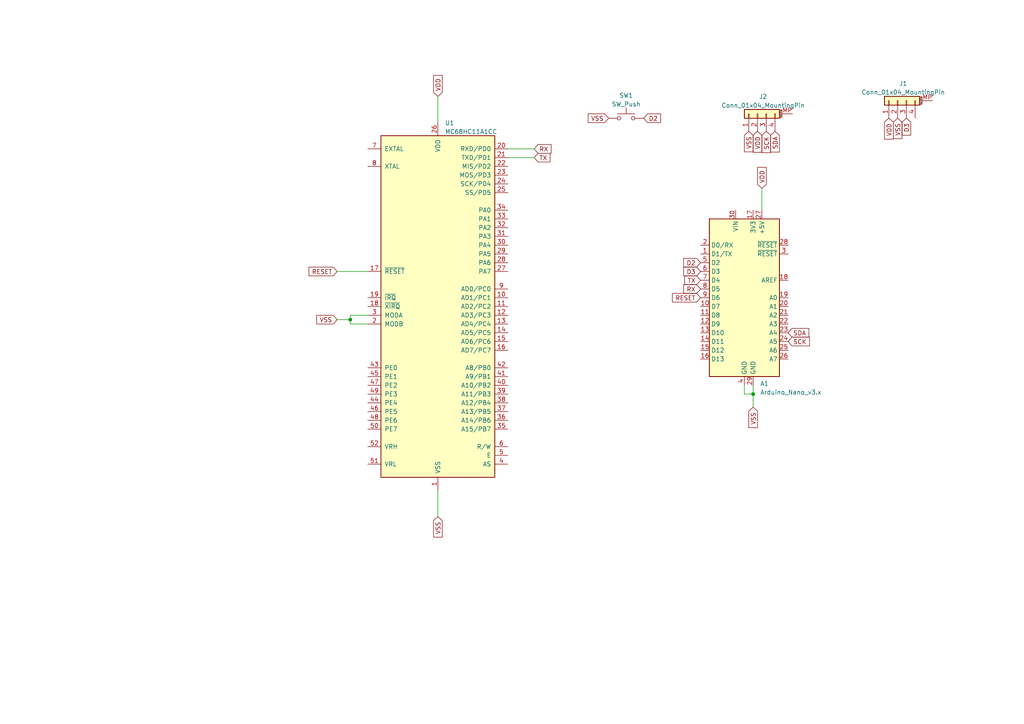
<source format=kicad_sch>
(kicad_sch (version 20211123) (generator eeschema)
  (paper "A4")
  (lib_symbols
    (symbol "Connector_Generic_MountingPin:Conn_01x04_MountingPin" (pin_names (offset 1.016) hide)
      (property "Reference" "J" (at 0 5.08 0))
      (property "Value" "Conn_01x04_MountingPin" (at 1.27 -7.62 0))
      (symbol "Conn_01x04_MountingPin_1_1"
        (rectangle (start -1.27 -4.953) (end 0 -5.207) (stroke (width 0.1524)))
        (rectangle (start -1.27 -2.413) (end 0 -2.667) (stroke (width 0.1524)))
        (rectangle (start -1.27 0.127) (end 0 -0.127) (stroke (width 0.1524)))
        (rectangle (start -1.27 2.667) (end 0 2.413) (stroke (width 0.1524)))
        (rectangle (start -1.27 3.81) (end 1.27 -6.35) (stroke (width 0.254)) (fill (type background)))
        (polyline (pts (xy -1.016 -7.112) (xy 1.016 -7.112)) (stroke (width 0.1524)))
        (text "Mounting" (at 0 -6.731 0) (effects (font (size 0.381 0.381))))
        (pin passive line (at -5.08 2.54 0) (length 3.81) (name "Pin_1") (number "1"))
        (pin passive line (at -5.08 0 0) (length 3.81) (name "Pin_2") (number "2"))
        (pin passive line (at -5.08 -2.54 0) (length 3.81) (name "Pin_3") (number "3"))
        (pin passive line (at -5.08 -5.08 0) (length 3.81) (name "Pin_4") (number "4"))
        (pin passive line (at 0 -10.16 90) (length 3.048) (name "MountPin") (number "MP"))
      )
    )
    (symbol "MCU_Module:Arduino_Nano_v3.x"
      (property "Reference" "A" (at -10.16 23.495 0))
      (property "Value" "Arduino_Nano_v3.x" (at 5.08 -24.13 0))
      (symbol "Arduino_Nano_v3.x_0_1"
        (rectangle (start -10.16 22.86) (end 10.16 -22.86) (stroke (width 0.254)) (fill (type background)))
      )
      (symbol "Arduino_Nano_v3.x_1_1"
        (pin bidirectional line (at -12.7 12.7 0) (length 2.54) (name "D1/TX") (number "1"))
        (pin bidirectional line (at -12.7 -2.54 0) (length 2.54) (name "D7") (number "10"))
        (pin bidirectional line (at -12.7 -5.08 0) (length 2.54) (name "D8") (number "11"))
        (pin bidirectional line (at -12.7 -7.62 0) (length 2.54) (name "D9") (number "12"))
        (pin bidirectional line (at -12.7 -10.16 0) (length 2.54) (name "D10") (number "13"))
        (pin bidirectional line (at -12.7 -12.7 0) (length 2.54) (name "D11") (number "14"))
        (pin bidirectional line (at -12.7 -15.24 0) (length 2.54) (name "D12") (number "15"))
        (pin bidirectional line (at -12.7 -17.78 0) (length 2.54) (name "D13") (number "16"))
        (pin power_out line (at 2.54 25.4 270) (length 2.54) (name "3V3") (number "17"))
        (pin input line (at 12.7 5.08 180) (length 2.54) (name "AREF") (number "18"))
        (pin bidirectional line (at 12.7 0 180) (length 2.54) (name "A0") (number "19"))
        (pin bidirectional line (at -12.7 15.24 0) (length 2.54) (name "D0/RX") (number "2"))
        (pin bidirectional line (at 12.7 -2.54 180) (length 2.54) (name "A1") (number "20"))
        (pin bidirectional line (at 12.7 -5.08 180) (length 2.54) (name "A2") (number "21"))
        (pin bidirectional line (at 12.7 -7.62 180) (length 2.54) (name "A3") (number "22"))
        (pin bidirectional line (at 12.7 -10.16 180) (length 2.54) (name "A4") (number "23"))
        (pin bidirectional line (at 12.7 -12.7 180) (length 2.54) (name "A5") (number "24"))
        (pin bidirectional line (at 12.7 -15.24 180) (length 2.54) (name "A6") (number "25"))
        (pin bidirectional line (at 12.7 -17.78 180) (length 2.54) (name "A7") (number "26"))
        (pin power_out line (at 5.08 25.4 270) (length 2.54) (name "+5V") (number "27"))
        (pin input line (at 12.7 15.24 180) (length 2.54) (name "~{RESET}") (number "28"))
        (pin power_in line (at 2.54 -25.4 90) (length 2.54) (name "GND") (number "29"))
        (pin input line (at 12.7 12.7 180) (length 2.54) (name "~{RESET}") (number "3"))
        (pin power_in line (at -2.54 25.4 270) (length 2.54) (name "VIN") (number "30"))
        (pin power_in line (at 0 -25.4 90) (length 2.54) (name "GND") (number "4"))
        (pin bidirectional line (at -12.7 10.16 0) (length 2.54) (name "D2") (number "5"))
        (pin bidirectional line (at -12.7 7.62 0) (length 2.54) (name "D3") (number "6"))
        (pin bidirectional line (at -12.7 5.08 0) (length 2.54) (name "D4") (number "7"))
        (pin bidirectional line (at -12.7 2.54 0) (length 2.54) (name "D5") (number "8"))
        (pin bidirectional line (at -12.7 0 0) (length 2.54) (name "D6") (number "9"))
      )
    )
    (symbol "MCU_NXP_HC11:MC68HC11A1CC" (pin_names (offset 1.016))
      (property "Reference" "U" (at -16.51 50.8 0))
      (property "Value" "MC68HC11A1CC" (at 1.27 50.8 0))
      (symbol "MC68HC11A1CC_0_1"
        (rectangle (start -16.51 49.53) (end 16.51 -49.53) (stroke (width 0.254)) (fill (type background)))
      )
      (symbol "MC68HC11A1CC_1_1"
        (pin power_in line (at 0 -53.34 90) (length 3.81) (name "VSS") (number "1"))
        (pin bidirectional line (at 20.32 2.54 180) (length 3.81) (name "AD1/PC1") (number "10"))
        (pin bidirectional line (at 20.32 0 180) (length 3.81) (name "AD2/PC2") (number "11"))
        (pin bidirectional line (at 20.32 -2.54 180) (length 3.81) (name "AD3/PC3") (number "12"))
        (pin bidirectional line (at 20.32 -5.08 180) (length 3.81) (name "AD4/PC4") (number "13"))
        (pin bidirectional line (at 20.32 -7.62 180) (length 3.81) (name "AD5/PC5") (number "14"))
        (pin bidirectional line (at 20.32 -10.16 180) (length 3.81) (name "AD6/PC6") (number "15"))
        (pin bidirectional line (at 20.32 -12.7 180) (length 3.81) (name "AD7/PC7") (number "16"))
        (pin input line (at -20.32 10.16 0) (length 3.81) (name "~{RESET}") (number "17"))
        (pin input line (at -20.32 0 0) (length 3.81) (name "~{XIRQ}") (number "18"))
        (pin input line (at -20.32 2.54 0) (length 3.81) (name "~{IRQ}") (number "19"))
        (pin input line (at -20.32 -5.08 0) (length 3.81) (name "MODB") (number "2"))
        (pin bidirectional line (at 20.32 45.72 180) (length 3.81) (name "RXD/PD0") (number "20"))
        (pin bidirectional line (at 20.32 43.18 180) (length 3.81) (name "TXD/PD1") (number "21"))
        (pin bidirectional line (at 20.32 40.64 180) (length 3.81) (name "MIS/PD2") (number "22"))
        (pin bidirectional line (at 20.32 38.1 180) (length 3.81) (name "MOS/PD3") (number "23"))
        (pin bidirectional line (at 20.32 35.56 180) (length 3.81) (name "SCK/PD4") (number "24"))
        (pin bidirectional line (at 20.32 33.02 180) (length 3.81) (name "SS/PD5") (number "25"))
        (pin power_in line (at 0 53.34 270) (length 3.81) (name "VDD") (number "26"))
        (pin bidirectional line (at 20.32 10.16 180) (length 3.81) (name "PA7") (number "27"))
        (pin output line (at 20.32 12.7 180) (length 3.81) (name "PA6") (number "28"))
        (pin output line (at 20.32 15.24 180) (length 3.81) (name "PA5") (number "29"))
        (pin bidirectional line (at -20.32 -2.54 0) (length 3.81) (name "MODA") (number "3"))
        (pin output line (at 20.32 17.78 180) (length 3.81) (name "PA4") (number "30"))
        (pin output line (at 20.32 20.32 180) (length 3.81) (name "PA3") (number "31"))
        (pin input line (at 20.32 22.86 180) (length 3.81) (name "PA2") (number "32"))
        (pin input line (at 20.32 25.4 180) (length 3.81) (name "PA1") (number "33"))
        (pin input line (at 20.32 27.94 180) (length 3.81) (name "PA0") (number "34"))
        (pin output line (at 20.32 -35.56 180) (length 3.81) (name "A15/PB7") (number "35"))
        (pin output line (at 20.32 -33.02 180) (length 3.81) (name "A14/PB6") (number "36"))
        (pin output line (at 20.32 -30.48 180) (length 3.81) (name "A13/PB5") (number "37"))
        (pin output line (at 20.32 -27.94 180) (length 3.81) (name "A12/PB4") (number "38"))
        (pin output line (at 20.32 -25.4 180) (length 3.81) (name "A11/PB3") (number "39"))
        (pin output line (at 20.32 -45.72 180) (length 3.81) (name "AS") (number "4"))
        (pin output line (at 20.32 -22.86 180) (length 3.81) (name "A10/PB2") (number "40"))
        (pin output line (at 20.32 -20.32 180) (length 3.81) (name "A9/PB1") (number "41"))
        (pin output line (at 20.32 -17.78 180) (length 3.81) (name "A8/PB0") (number "42"))
        (pin input line (at -20.32 -17.78 0) (length 3.81) (name "PE0") (number "43"))
        (pin input line (at -20.32 -27.94 0) (length 3.81) (name "PE4") (number "44"))
        (pin input line (at -20.32 -20.32 0) (length 3.81) (name "PE1") (number "45"))
        (pin input line (at -20.32 -30.48 0) (length 3.81) (name "PE5") (number "46"))
        (pin input line (at -20.32 -22.86 0) (length 3.81) (name "PE2") (number "47"))
        (pin input line (at -20.32 -33.02 0) (length 3.81) (name "PE6") (number "48"))
        (pin input line (at -20.32 -25.4 0) (length 3.81) (name "PE3") (number "49"))
        (pin output line (at 20.32 -43.18 180) (length 3.81) (name "E") (number "5"))
        (pin input line (at -20.32 -35.56 0) (length 3.81) (name "PE7") (number "50"))
        (pin input line (at -20.32 -45.72 0) (length 3.81) (name "VRL") (number "51"))
        (pin input line (at -20.32 -40.64 0) (length 3.81) (name "VRH") (number "52"))
        (pin output line (at 20.32 -40.64 180) (length 3.81) (name "R/W") (number "6"))
        (pin input line (at -20.32 45.72 0) (length 3.81) (name "EXTAL") (number "7"))
        (pin output line (at -20.32 40.64 0) (length 3.81) (name "XTAL") (number "8"))
        (pin bidirectional line (at 20.32 5.08 180) (length 3.81) (name "AD0/PC0") (number "9"))
      )
    )
    (symbol "Switch:SW_Push" (pin_numbers hide) (pin_names (offset 1.016) hide)
      (property "Reference" "SW" (at 1.27 2.54 0))
      (property "Value" "SW_Push" (at 0 -1.524 0))
      (symbol "SW_Push_0_1"
        (circle (center -2.032 0) (radius 0.508))
        (polyline (pts (xy 0 1.27) (xy 0 3.048)))
        (polyline (pts (xy 2.54 1.27) (xy -2.54 1.27)))
        (circle (center 2.032 0) (radius 0.508))
        (pin passive line (at -5.08 0 0) (length 2.54) (name "1") (number "1"))
        (pin passive line (at 5.08 0 180) (length 2.54) (name "2") (number "2"))
      )
    )
  )
  (junction (at 218.44 114.3))
  (junction (at 101.6 92.71))
  (wire (pts (xy 220.98 54.61) (xy 220.98 60.96)))
  (wire (pts (xy 106.68 91.44) (xy 101.6 91.44)))
  (wire (pts (xy 97.79 92.71) (xy 101.6 92.71)))
  (wire (pts (xy 127 27.94) (xy 127 35.56)))
  (wire (pts (xy 215.9 111.76) (xy 215.9 114.3)))
  (wire (pts (xy 101.6 93.98) (xy 106.68 93.98)))
  (wire (pts (xy 218.44 111.76) (xy 218.44 114.3)))
  (wire (pts (xy 147.32 43.18) (xy 154.94 43.18)))
  (wire (pts (xy 101.6 92.71) (xy 101.6 93.98)))
  (wire (pts (xy 147.32 45.72) (xy 154.94 45.72)))
  (wire (pts (xy 215.9 114.3) (xy 218.44 114.3)))
  (wire (pts (xy 218.44 114.3) (xy 218.44 118.11)))
  (wire (pts (xy 127 142.24) (xy 127 149.86)))
  (wire (pts (xy 97.79 78.74) (xy 106.68 78.74)))
  (wire (pts (xy 101.6 91.44) (xy 101.6 92.71)))
  (global_label "SDA" (shape input) (at 224.79 38.1 270) (property "Intersheet References" "${INTERSHEET_REFS}" (effects hide)))
  (global_label "RESET" (shape input) (at 97.79 78.74 180) (property "Intersheet References" "${INTERSHEET_REFS}" (effects hide)))
  (global_label "TX" (shape input) (at 154.94 45.72 0) (property "Intersheet References" "${INTERSHEET_REFS}" (effects hide)))
  (global_label "RX" (shape input) (at 203.2 83.82 180) (property "Intersheet References" "${INTERSHEET_REFS}" (effects hide)))
  (global_label "SDA" (shape input) (at 228.6 96.52 0) (property "Intersheet References" "${INTERSHEET_REFS}" (effects hide)))
  (global_label "VSS" (shape input) (at 97.79 92.71 180) (property "Intersheet References" "${INTERSHEET_REFS}" (effects hide)))
  (global_label "VDD" (shape input) (at 219.71 38.1 270) (property "Intersheet References" "${INTERSHEET_REFS}" (effects hide)))
  (global_label "VSS" (shape input) (at 217.17 38.1 270) (property "Intersheet References" "${INTERSHEET_REFS}" (effects hide)))
  (global_label "SCK" (shape input) (at 228.6 99.06 0) (property "Intersheet References" "${INTERSHEET_REFS}" (effects hide)))
  (global_label "VDD" (shape input) (at 257.81 34.29 270) (property "Intersheet References" "${INTERSHEET_REFS}" (effects hide)))
  (global_label "VSS" (shape input) (at 127 149.86 270) (property "Intersheet References" "${INTERSHEET_REFS}" (effects hide)))
  (global_label "TX" (shape input) (at 203.2 81.28 180) (property "Intersheet References" "${INTERSHEET_REFS}" (effects hide)))
  (global_label "VSS" (shape input) (at 218.44 118.11 270) (property "Intersheet References" "${INTERSHEET_REFS}" (effects hide)))
  (global_label "D3" (shape input) (at 203.2 78.74 180) (property "Intersheet References" "${INTERSHEET_REFS}" (effects hide)))
  (global_label "D2" (shape input) (at 186.69 34.29 0) (property "Intersheet References" "${INTERSHEET_REFS}" (effects hide)))
  (global_label "VDD" (shape input) (at 220.98 54.61 90) (property "Intersheet References" "${INTERSHEET_REFS}" (effects hide)))
  (global_label "VDD" (shape input) (at 127 27.94 90) (property "Intersheet References" "${INTERSHEET_REFS}" (effects hide)))
  (global_label "D3" (shape input) (at 262.89 34.29 270) (property "Intersheet References" "${INTERSHEET_REFS}" (effects hide)))
  (global_label "VSS" (shape input) (at 176.53 34.29 180) (property "Intersheet References" "${INTERSHEET_REFS}" (effects hide)))
  (global_label "D2" (shape input) (at 203.2 76.2 180) (property "Intersheet References" "${INTERSHEET_REFS}" (effects hide)))
  (global_label "VSS" (shape input) (at 260.35 34.29 270) (property "Intersheet References" "${INTERSHEET_REFS}" (effects hide)))
  (global_label "RX" (shape input) (at 154.94 43.18 0) (property "Intersheet References" "${INTERSHEET_REFS}" (effects hide)))
  (global_label "RESET" (shape input) (at 203.2 86.36 180) (property "Intersheet References" "${INTERSHEET_REFS}" (effects hide)))
  (global_label "SCK" (shape input) (at 222.25 38.1 270) (property "Intersheet References" "${INTERSHEET_REFS}" (effects hide)))
  (symbol (lib_id "Connector_Generic_MountingPin:Conn_01x04_MountingPin") (at 260.35 29.21 90) (unit 1)
    (property "Reference" "J1" (at 261.9756 24.2402 90))
    (property "Value" "Conn_01x04_MountingPin" (at 261.9756 26.7771 90))
    (property "Footprint" "Connector_PinSocket_2.54mm:PinSocket_1x04_P2.54mm_Vertical" (effects hide))
  )
  (symbol (lib_id "MCU_NXP_HC11:MC68HC11A1CC") (at 127 88.9 0) (unit 1)
    (property "Reference" "U1" (at 129.0194 35.6702 0) (effects (justify left)))
    (property "Value" "MC68HC11A1CC" (at 129.0194 38.2071 0) (effects (justify left)))
    (property "Footprint" "Package_LCC:PLCC-52_THT-Socket" (effects hide))
  )
  (symbol (lib_id "Connector_Generic_MountingPin:Conn_01x04_MountingPin") (at 219.71 33.02 90) (unit 1)
    (property "Reference" "J2" (at 221.3356 28.0502 90))
    (property "Value" "Conn_01x04_MountingPin" (at 221.3356 30.5871 90))
    (property "Footprint" "Connector_PinSocket_2.54mm:PinSocket_1x04_P2.54mm_Vertical" (effects hide))
  )
  (symbol (lib_id "MCU_Module:Arduino_Nano_v3.x") (at 215.9 86.36 0) (unit 1)
    (property "Reference" "A1" (at 220.4594 111.2504 0) (effects (justify left)))
    (property "Value" "Arduino_Nano_v3.x" (at 220.4594 113.7873 0) (effects (justify left)))
    (property "Footprint" "Module:Arduino_Nano" (effects hide))
    (property "Datasheet" "http://www.mouser.com/pdfdocs/Gravitech_Arduino_Nano3_0.pdf" (effects hide))
  )
  (symbol (lib_id "Switch:SW_Push") (at 181.61 34.29 0) (unit 1)
    (property "Reference" "SW1" (at 181.61 27.6692 0))
    (property "Value" "SW_Push" (at 181.61 30.2061 0))
    (property "Footprint" "Button_Switch_THT:SW_PUSH_6mm" (effects hide))
  )
)
</source>
